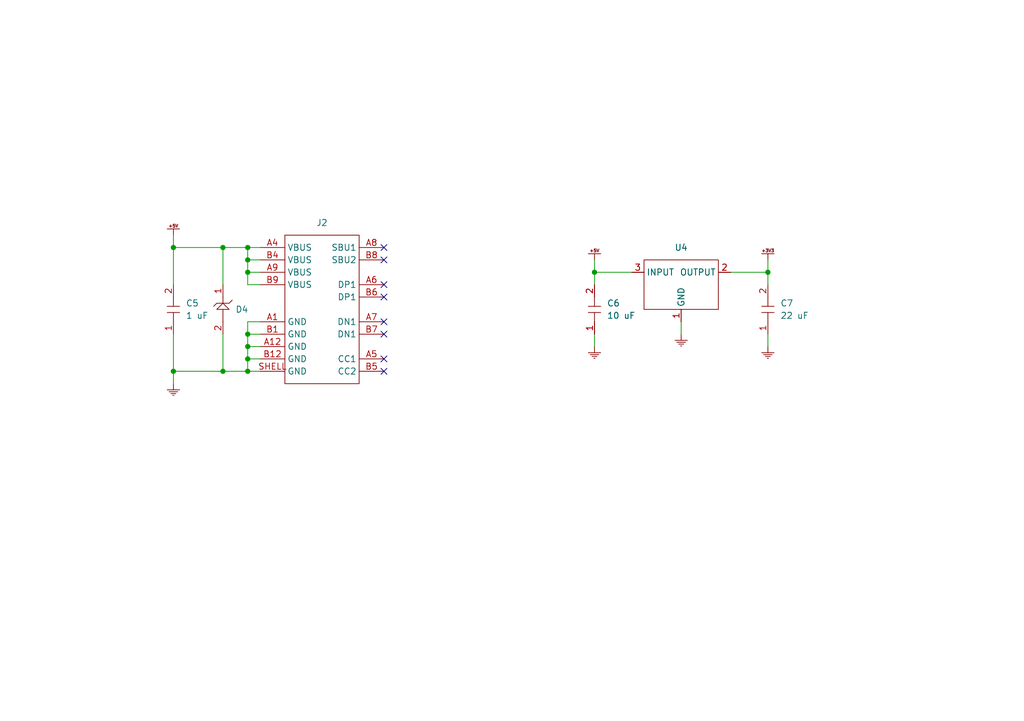
<source format=kicad_sch>
(kicad_sch (version 20230121) (generator eeschema)
  (paper "A5")
  (lib_symbols
    (symbol "zandmd:+3V3" (power) (pin_names (offset 0))
      (symbol "+3V3_0_1"
        (polyline (pts (xy -1.27 1.27) (xy 1.27 1.27)))
        (polyline (pts (xy 0 0) (xy 0 1.27)))
      )
      (symbol "+3V3_1_1"
        (text "+3V3" (at 0 1.905 0) (effects (font (size 0.635 0.635))))
        (pin power_in line (at 0 0 90) (length 0) hide (name "+3V3") (number "1"))
      )
    )
    (symbol "zandmd:+5V" (power) (pin_names (offset 0))
      (symbol "+5V_0_1"
        (polyline (pts (xy -1.27 1.27) (xy 1.27 1.27)))
        (polyline (pts (xy 0 0) (xy 0 1.27)))
      )
      (symbol "+5V_1_1"
        (text "+5V" (at 0 1.905 0) (effects (font (size 0.635 0.635))))
        (pin power_in line (at 0 0 90) (length 0) hide (name "+5V") (number "1"))
      )
    )
    (symbol "zandmd:AZ1117IH-3.3TRG1"
      (property "Reference" "U" (at 0 0 0))
      (symbol "AZ1117IH-3.3TRG1_0_1"
        (rectangle (start 2.54 12.7) (end 17.78 2.54))
      )
      (symbol "AZ1117IH-3.3TRG1_1_1"
        (pin passive line (at 10.16 0 90) (length 2.54) (name "GND") (number "1"))
        (pin power_out line (at 20.32 10.16 180) (length 2.54) (name "OUTPUT") (number "2"))
        (pin power_in line (at 0 10.16 0) (length 2.54) (name "INPUT") (number "3"))
      )
    )
    (symbol "zandmd:CAPACITOR" (pin_names (offset 0))
      (property "Reference" "C" (at 0 0 0))
      (property "Value" "C" (at 0 0 0))
      (symbol "CAPACITOR_0_1"
        (polyline (pts (xy 2.54 0) (xy 4.445 0)))
        (polyline (pts (xy 4.445 1.27) (xy 4.445 -1.27)))
        (polyline (pts (xy 5.715 1.27) (xy 5.715 -1.27)))
        (polyline (pts (xy 7.62 0) (xy 5.715 0)))
      )
      (symbol "CAPACITOR_1_1"
        (pin passive line (at 0 0 0) (length 2.54) (name "") (number "1"))
        (pin passive line (at 10.16 0 180) (length 2.54) (name "") (number "2"))
      )
    )
    (symbol "zandmd:GND" (power) (pin_names (offset 0))
      (symbol "GND_0_1"
        (polyline (pts (xy -1.27 -1.27) (xy 1.27 -1.27)))
        (polyline (pts (xy -0.889 -1.651) (xy 0.889 -1.651)))
        (polyline (pts (xy -0.508 -2.032) (xy 0.508 -2.032)))
        (polyline (pts (xy -0.127 -2.413) (xy 0.127 -2.413)))
        (polyline (pts (xy 0 0) (xy 0 -1.27)))
      )
      (symbol "GND_1_1"
        (pin power_in line (at 0 0 270) (length 0) hide (name "GND") (number "1"))
      )
    )
    (symbol "zandmd:SMAJ5.0A" (pin_names (offset 0))
      (property "Reference" "D" (at 0 0 0))
      (symbol "SMAJ5.0A_0_1"
        (polyline (pts (xy 3.81 0) (xy 2.54 0)))
        (polyline (pts (xy 7.62 0) (xy 5.08 0)))
        (polyline (pts (xy 3.81 0) (xy 5.08 -1.27) (xy 5.08 1.27) (xy 3.81 0)))
        (polyline (pts (xy 4.445 -1.905) (xy 3.81 -1.27) (xy 3.81 1.27) (xy 3.175 1.905)))
      )
      (symbol "SMAJ5.0A_1_1"
        (pin passive line (at 0 0 0) (length 2.54) (name "") (number "1"))
        (pin passive line (at 10.16 0 180) (length 2.54) (name "") (number "2"))
      )
    )
    (symbol "zandmd:USB4520-03-0-A"
      (property "Reference" "J" (at 0 0 0))
      (symbol "USB4520-03-0-A_0_1"
        (rectangle (start 5.08 30.48) (end 20.32 0))
      )
      (symbol "USB4520-03-0-A_1_1"
        (pin passive line (at 0 12.7 0) (length 5.08) (name "GND") (number "A1"))
        (pin passive line (at 0 7.62 0) (length 5.08) (name "GND") (number "A12"))
        (pin power_in line (at 0 27.94 0) (length 5.08) (name "VBUS") (number "A4"))
        (pin input line (at 25.4 5.08 180) (length 5.08) (name "CC1") (number "A5"))
        (pin bidirectional line (at 25.4 20.32 180) (length 5.08) (name "DP1") (number "A6"))
        (pin bidirectional line (at 25.4 12.7 180) (length 5.08) (name "DN1") (number "A7"))
        (pin bidirectional line (at 25.4 27.94 180) (length 5.08) (name "SBU1") (number "A8"))
        (pin power_in line (at 0 22.86 0) (length 5.08) (name "VBUS") (number "A9"))
        (pin passive line (at 0 10.16 0) (length 5.08) (name "GND") (number "B1"))
        (pin passive line (at 0 5.08 0) (length 5.08) (name "GND") (number "B12"))
        (pin power_in line (at 0 25.4 0) (length 5.08) (name "VBUS") (number "B4"))
        (pin input line (at 25.4 2.54 180) (length 5.08) (name "CC2") (number "B5"))
        (pin bidirectional line (at 25.4 17.78 180) (length 5.08) (name "DP1") (number "B6"))
        (pin bidirectional line (at 25.4 10.16 180) (length 5.08) (name "DN1") (number "B7"))
        (pin bidirectional line (at 25.4 25.4 180) (length 5.08) (name "SBU2") (number "B8"))
        (pin power_in line (at 0 20.32 0) (length 5.08) (name "VBUS") (number "B9"))
        (pin passive line (at 0 2.54 0) (length 5.08) (name "GND") (number "SHELL"))
      )
    )
  )
  (junction (at 35.56 50.8))
  (junction (at 50.8 73.66))
  (junction (at 50.8 71.12))
  (junction (at 45.72 76.2))
  (junction (at 45.72 50.8))
  (junction (at 121.92 55.88))
  (junction (at 50.8 55.88))
  (junction (at 50.8 50.8))
  (junction (at 35.56 76.2))
  (junction (at 50.8 68.58))
  (junction (at 157.48 55.88))
  (junction (at 50.8 53.34))
  (junction (at 50.8 76.2))
  (no_connect (at 78.74 76.2))
  (no_connect (at 78.74 60.96))
  (no_connect (at 78.74 68.58))
  (no_connect (at 78.74 66.04))
  (no_connect (at 78.74 73.66))
  (no_connect (at 78.74 53.34))
  (no_connect (at 78.74 50.8))
  (no_connect (at 78.74 58.42))
  (wire (pts (xy 121.92 53.34) (xy 121.92 55.88)))
  (wire (pts (xy 121.92 68.58) (xy 121.92 71.12)))
  (wire (pts (xy 35.56 68.58) (xy 35.56 76.2)))
  (wire (pts (xy 50.8 50.8) (xy 50.8 53.34)))
  (wire (pts (xy 50.8 76.2) (xy 53.34 76.2)))
  (wire (pts (xy 157.48 55.88) (xy 157.48 58.42)))
  (wire (pts (xy 50.8 73.66) (xy 50.8 76.2)))
  (wire (pts (xy 35.56 76.2) (xy 45.72 76.2)))
  (wire (pts (xy 35.56 48.26) (xy 35.56 50.8)))
  (wire (pts (xy 35.56 58.42) (xy 35.56 50.8)))
  (wire (pts (xy 53.34 53.34) (xy 50.8 53.34)))
  (wire (pts (xy 45.72 76.2) (xy 50.8 76.2)))
  (wire (pts (xy 157.48 53.34) (xy 157.48 55.88)))
  (wire (pts (xy 50.8 53.34) (xy 50.8 55.88)))
  (wire (pts (xy 50.8 71.12) (xy 53.34 71.12)))
  (wire (pts (xy 50.8 68.58) (xy 50.8 71.12)))
  (wire (pts (xy 53.34 58.42) (xy 50.8 58.42)))
  (wire (pts (xy 149.86 55.88) (xy 157.48 55.88)))
  (wire (pts (xy 45.72 68.58) (xy 45.72 76.2)))
  (wire (pts (xy 50.8 73.66) (xy 53.34 73.66)))
  (wire (pts (xy 50.8 71.12) (xy 50.8 73.66)))
  (wire (pts (xy 35.56 76.2) (xy 35.56 78.74)))
  (wire (pts (xy 50.8 58.42) (xy 50.8 55.88)))
  (wire (pts (xy 53.34 66.04) (xy 50.8 66.04)))
  (wire (pts (xy 50.8 55.88) (xy 53.34 55.88)))
  (wire (pts (xy 50.8 66.04) (xy 50.8 68.58)))
  (wire (pts (xy 45.72 50.8) (xy 50.8 50.8)))
  (wire (pts (xy 50.8 68.58) (xy 53.34 68.58)))
  (wire (pts (xy 53.34 50.8) (xy 50.8 50.8)))
  (wire (pts (xy 45.72 58.42) (xy 45.72 50.8)))
  (wire (pts (xy 129.54 55.88) (xy 121.92 55.88)))
  (wire (pts (xy 121.92 55.88) (xy 121.92 58.42)))
  (wire (pts (xy 35.56 50.8) (xy 45.72 50.8)))
  (wire (pts (xy 157.48 68.58) (xy 157.48 71.12)))
  (wire (pts (xy 139.7 66.04) (xy 139.7 68.58)))
  (symbol (lib_id "zandmd:AZ1117IH-3.3TRG1") (at 129.54 66.04 0) (unit 1)
    (property "Reference" "U4" (at 139.7 50.8 0))
    (property "Value" "AZ1117IH-3.3TRG1" (effects hide))
    (property "Footprint" "zandmd:AZ1117IH-3.3TRG1" (effects hide))
    (property "Datasheet" "https://www.diodes.com/assets/Datasheets/AZ1117I.pdf" (effects hide))
    (property "Sim.Enable" "0" (effects hide))
    (instances (project "tv-source-switcher" (path "" (reference "U4") (unit 1))) (project "neopixel-controller" (path "" (reference "U2") (unit 1))))
  )
  (symbol (lib_id "zandmd:USB4520-03-0-A") (at 53.34 78.74 0) (unit 1)
    (property "Reference" "J2" (at 66.04 45.72 0))
    (property "Value" "USB4520-03-0-A" (effects hide))
    (property "Footprint" "zandmd:USB4520-03-0-A" (effects hide))
    (property "Datasheet" "https://gct.co/files/drawings/usb4520.pdf" (effects hide))
    (property "Sim.Enable" "0" (effects hide))
  )
  (symbol (lib_id "zandmd:+3V3") (at 157.48 53.34 0) (unit 1)
    (property "Reference" "#PWR083" (effects hide))
    (property "Value" "+3V3" (effects hide))
    (instances (project "tv-source-switcher" (path "" (reference "#PWR083") (unit 1))) (project "neopixel-controller" (path "" (reference "#PWR042") (unit 1))))
  )
  (symbol (lib_id "zandmd:GND") (at 139.7 68.58 0) (unit 1)
    (property "Reference" "#PWR082" (effects hide))
    (property "Value" "GND" (effects hide))
    (instances (project "tv-source-switcher" (path "" (reference "#PWR082") (unit 1))) (project "neopixel-controller" (path "" (reference "#PWR039") (unit 1))))
  )
  (symbol (lib_id "zandmd:GND") (at 35.56 78.74 0) (unit 1)
    (property "Reference" "#PWR086" (effects hide))
    (property "Value" "GND" (effects hide))
    (instances (project "tv-source-switcher" (path "" (reference "#PWR086") (unit 1))) (project "neopixel-controller" (path "" (reference "#PWR038") (unit 1))))
  )
  (symbol (lib_id "zandmd:CAPACITOR") (at 35.56 68.58 90) (unit 1)
    (property "Reference" "C5" (at 38.1 62.23 90) (effects (justify right)))
    (property "Value" "1 uF" (at 38.1 64.77 90) (effects (justify right)))
    (property "Footprint" "zandmd:PASSIVE-NPOL-0805" (effects hide))
    (property "Sim.Device" "C" (effects hide))
    (property "Sim.Pins" "1=+ 2=-" (effects hide))
  )
  (symbol (lib_id "zandmd:CAPACITOR") (at 157.48 68.58 90) (unit 1)
    (property "Reference" "C7" (at 160.02 62.23 90) (effects (justify right)))
    (property "Value" "22 uF" (at 160.02 64.77 90) (effects (justify right)))
    (property "Footprint" "zandmd:PASSIVE-NPOL-0805" (effects hide))
    (property "Sim.Device" "C" (effects hide))
    (property "Sim.Pins" "1=+ 2=-" (effects hide))
    (instances (project "tv-source-switcher" (path "" (reference "C7") (unit 1))) (project "neopixel-controller" (path "" (reference "C3") (unit 1))))
  )
  (symbol (lib_id "zandmd:CAPACITOR") (at 121.92 68.58 90) (unit 1)
    (property "Reference" "C6" (at 124.46 62.23 90) (effects (justify right)))
    (property "Value" "10 uF" (at 124.46 64.77 90) (effects (justify right)))
    (property "Footprint" "zandmd:PASSIVE-NPOL-0805" (effects hide))
    (property "Sim.Device" "C" (effects hide))
    (property "Sim.Pins" "1=+ 2=-" (effects hide))
    (instances (project "tv-source-switcher" (path "" (reference "C6") (unit 1))) (project "neopixel-controller" (path "" (reference "C2") (unit 1))))
  )
  (symbol (lib_id "zandmd:+5V") (at 35.56 48.26 0) (unit 1)
    (property "Reference" "#PWR085" (effects hide))
    (property "Value" "+5V" (effects hide))
  )
  (symbol (lib_id "zandmd:GND") (at 121.92 71.12 0) (unit 1)
    (property "Reference" "#PWR081" (effects hide))
    (property "Value" "GND" (effects hide))
    (instances (project "tv-source-switcher" (path "" (reference "#PWR081") (unit 1))) (project "neopixel-controller" (path "" (reference "#PWR038") (unit 1))))
  )
  (symbol (lib_id "zandmd:+5V") (at 121.92 53.34 0) (unit 1)
    (property "Reference" "#PWR080" (effects hide))
    (property "Value" "+5V" (effects hide))
  )
  (symbol (lib_id "zandmd:GND") (at 157.48 71.12 0) (unit 1)
    (property "Reference" "#PWR084" (effects hide))
    (property "Value" "GND" (effects hide))
    (instances (project "tv-source-switcher" (path "" (reference "#PWR084") (unit 1))) (project "neopixel-controller" (path "" (reference "#PWR040") (unit 1))))
  )
  (symbol (lib_id "zandmd:SMAJ5.0A") (at 45.72 58.42 270) (unit 1)
    (property "Reference" "D4" (at 48.26 63.5 90) (effects (justify left)))
    (property "Value" "SMAJ5.0A" (effects hide))
    (property "Footprint" "zandmd:SMAJ5.0A" (effects hide))
    (property "Datasheet" "https://goodarksemi.com/docs/datasheets/transient_voltage_suppressors/SMAJx.pdf" (effects hide))
    (property "Sim.Enable" "0" (effects hide))
  )
)
</source>
